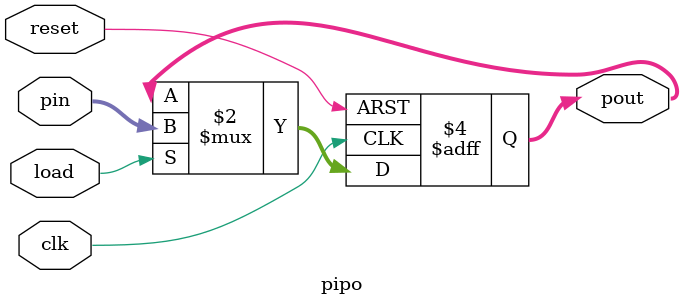
<source format=sv>
module pipo (
  input clk,
  input reset,
  input load,
  input [3:0] pin,
  output reg [3:0] pout
);

  always @(posedge clk or posedge reset) begin
    if (reset)
      pout <= 4'b0000;
    else if (load)
      pout <= pin;
  end
endmodule

</source>
